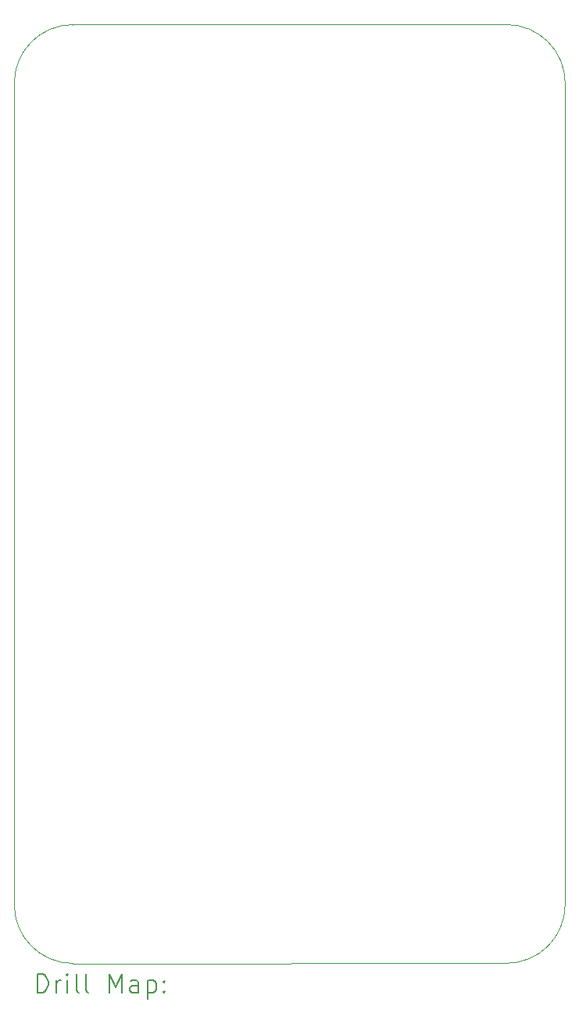
<source format=gbr>
%TF.GenerationSoftware,KiCad,Pcbnew,(6.0.9)*%
%TF.CreationDate,2025-06-18T12:23:47-04:00*%
%TF.ProjectId,Seven Segment Display,53657665-6e20-4536-9567-6d656e742044,2*%
%TF.SameCoordinates,Original*%
%TF.FileFunction,Drillmap*%
%TF.FilePolarity,Positive*%
%FSLAX45Y45*%
G04 Gerber Fmt 4.5, Leading zero omitted, Abs format (unit mm)*
G04 Created by KiCad (PCBNEW (6.0.9)) date 2025-06-18 12:23:47*
%MOMM*%
%LPD*%
G01*
G04 APERTURE LIST*
%ADD10C,0.100000*%
%ADD11C,0.200000*%
G04 APERTURE END LIST*
D10*
X10921500Y-3557000D02*
X10921500Y-12447000D01*
X11557000Y-2921000D02*
X16256000Y-2921000D01*
X16256000Y-13080751D02*
X11556500Y-13082000D01*
X16891000Y-3556000D02*
X16890750Y-12447000D01*
X11557000Y-2921000D02*
X11556500Y-2922000D01*
X16891000Y-3556000D02*
G75*
G03*
X16256000Y-2921000I-635000J0D01*
G01*
X11556500Y-2922000D02*
G75*
G03*
X10921500Y-3557000I0J-635000D01*
G01*
X10921500Y-12447000D02*
G75*
G03*
X11556500Y-13082000I635000J0D01*
G01*
X16256000Y-13080751D02*
G75*
G03*
X16890750Y-12447000I0J634751D01*
G01*
D11*
X11174119Y-13397476D02*
X11174119Y-13197476D01*
X11221738Y-13197476D01*
X11250309Y-13207000D01*
X11269357Y-13226048D01*
X11278881Y-13245095D01*
X11288405Y-13283190D01*
X11288405Y-13311762D01*
X11278881Y-13349857D01*
X11269357Y-13368905D01*
X11250309Y-13387952D01*
X11221738Y-13397476D01*
X11174119Y-13397476D01*
X11374119Y-13397476D02*
X11374119Y-13264143D01*
X11374119Y-13302238D02*
X11383643Y-13283190D01*
X11393167Y-13273667D01*
X11412214Y-13264143D01*
X11431262Y-13264143D01*
X11497928Y-13397476D02*
X11497928Y-13264143D01*
X11497928Y-13197476D02*
X11488405Y-13207000D01*
X11497928Y-13216524D01*
X11507452Y-13207000D01*
X11497928Y-13197476D01*
X11497928Y-13216524D01*
X11621738Y-13397476D02*
X11602690Y-13387952D01*
X11593167Y-13368905D01*
X11593167Y-13197476D01*
X11726500Y-13397476D02*
X11707452Y-13387952D01*
X11697928Y-13368905D01*
X11697928Y-13197476D01*
X11955071Y-13397476D02*
X11955071Y-13197476D01*
X12021738Y-13340333D01*
X12088405Y-13197476D01*
X12088405Y-13397476D01*
X12269357Y-13397476D02*
X12269357Y-13292714D01*
X12259833Y-13273667D01*
X12240786Y-13264143D01*
X12202690Y-13264143D01*
X12183643Y-13273667D01*
X12269357Y-13387952D02*
X12250309Y-13397476D01*
X12202690Y-13397476D01*
X12183643Y-13387952D01*
X12174119Y-13368905D01*
X12174119Y-13349857D01*
X12183643Y-13330809D01*
X12202690Y-13321286D01*
X12250309Y-13321286D01*
X12269357Y-13311762D01*
X12364595Y-13264143D02*
X12364595Y-13464143D01*
X12364595Y-13273667D02*
X12383643Y-13264143D01*
X12421738Y-13264143D01*
X12440786Y-13273667D01*
X12450309Y-13283190D01*
X12459833Y-13302238D01*
X12459833Y-13359381D01*
X12450309Y-13378428D01*
X12440786Y-13387952D01*
X12421738Y-13397476D01*
X12383643Y-13397476D01*
X12364595Y-13387952D01*
X12545548Y-13378428D02*
X12555071Y-13387952D01*
X12545548Y-13397476D01*
X12536024Y-13387952D01*
X12545548Y-13378428D01*
X12545548Y-13397476D01*
X12545548Y-13273667D02*
X12555071Y-13283190D01*
X12545548Y-13292714D01*
X12536024Y-13283190D01*
X12545548Y-13273667D01*
X12545548Y-13292714D01*
M02*

</source>
